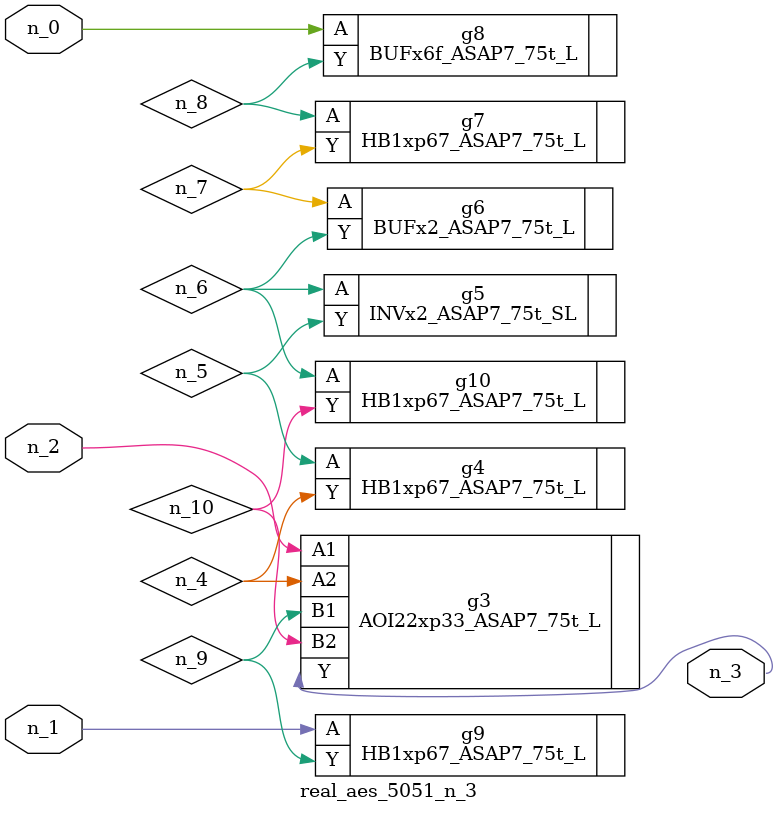
<source format=v>
module real_aes_5051_n_3 (n_0, n_2, n_1, n_3);
input n_0;
input n_2;
input n_1;
output n_3;
wire n_4;
wire n_5;
wire n_7;
wire n_9;
wire n_6;
wire n_8;
wire n_10;
BUFx6f_ASAP7_75t_L g8 ( .A(n_0), .Y(n_8) );
HB1xp67_ASAP7_75t_L g9 ( .A(n_1), .Y(n_9) );
AOI22xp33_ASAP7_75t_L g3 ( .A1(n_2), .A2(n_4), .B1(n_9), .B2(n_10), .Y(n_3) );
HB1xp67_ASAP7_75t_L g4 ( .A(n_5), .Y(n_4) );
INVx2_ASAP7_75t_SL g5 ( .A(n_6), .Y(n_5) );
HB1xp67_ASAP7_75t_L g10 ( .A(n_6), .Y(n_10) );
BUFx2_ASAP7_75t_L g6 ( .A(n_7), .Y(n_6) );
HB1xp67_ASAP7_75t_L g7 ( .A(n_8), .Y(n_7) );
endmodule
</source>
